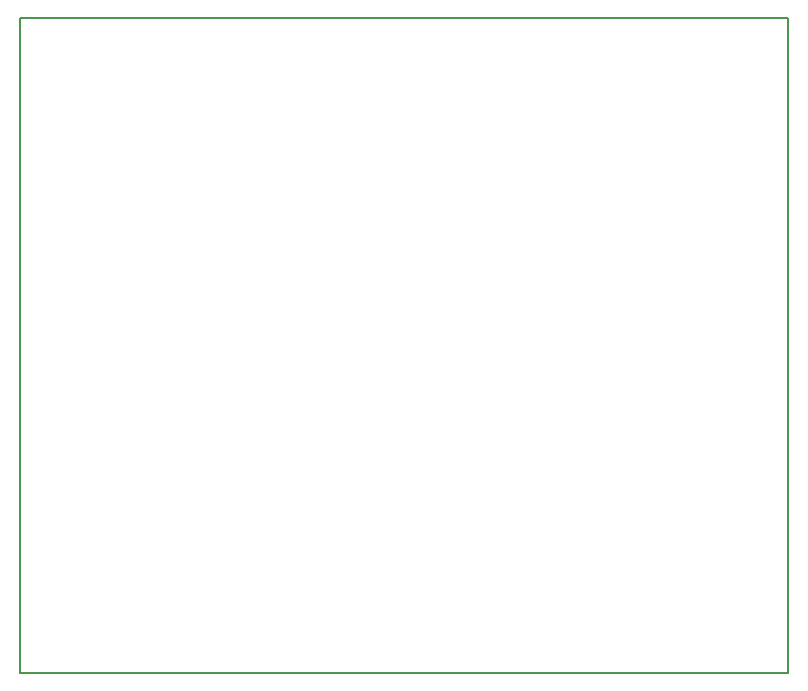
<source format=gbr>
G04 PROTEUS GERBER X2 FILE*
%TF.GenerationSoftware,Labcenter,Proteus,8.6-SP2-Build23525*%
%TF.CreationDate,2023-02-23T10:19:36+00:00*%
%TF.FileFunction,NonPlated,0,2,NPTH*%
%TF.FilePolarity,Positive*%
%TF.Part,Single*%
%FSLAX45Y45*%
%MOMM*%
G01*
%TA.AperFunction,Profile*%
%ADD16C,0.203200*%
%TD.AperFunction*%
D16*
X-400000Y-850000D02*
X+6100000Y-850000D01*
X+6100000Y+4700000D01*
X-400000Y+4700000D01*
X-400000Y-850000D01*
M02*

</source>
